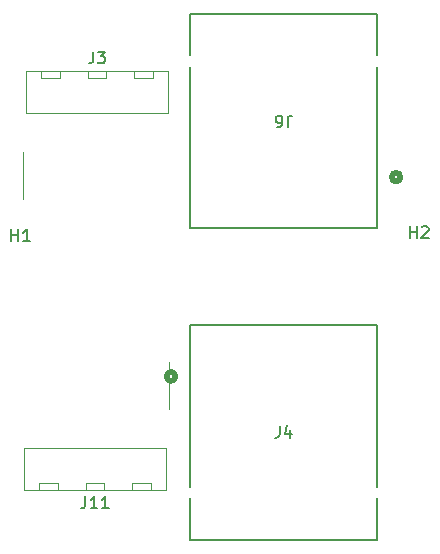
<source format=gbr>
%TF.GenerationSoftware,KiCad,Pcbnew,9.0.0*%
%TF.CreationDate,2025-04-07T00:56:54-07:00*%
%TF.ProjectId,Motor_quick_connect,4d6f746f-725f-4717-9569-636b5f636f6e,rev?*%
%TF.SameCoordinates,Original*%
%TF.FileFunction,Legend,Top*%
%TF.FilePolarity,Positive*%
%FSLAX46Y46*%
G04 Gerber Fmt 4.6, Leading zero omitted, Abs format (unit mm)*
G04 Created by KiCad (PCBNEW 9.0.0) date 2025-04-07 00:56:54*
%MOMM*%
%LPD*%
G01*
G04 APERTURE LIST*
%ADD10C,0.150000*%
%ADD11C,0.120000*%
%ADD12C,0.152400*%
%ADD13C,0.508000*%
G04 APERTURE END LIST*
D10*
X74988095Y-54004819D02*
X74988095Y-53004819D01*
X74988095Y-53481009D02*
X75559523Y-53481009D01*
X75559523Y-54004819D02*
X75559523Y-53004819D01*
X75988095Y-53100057D02*
X76035714Y-53052438D01*
X76035714Y-53052438D02*
X76130952Y-53004819D01*
X76130952Y-53004819D02*
X76369047Y-53004819D01*
X76369047Y-53004819D02*
X76464285Y-53052438D01*
X76464285Y-53052438D02*
X76511904Y-53100057D01*
X76511904Y-53100057D02*
X76559523Y-53195295D01*
X76559523Y-53195295D02*
X76559523Y-53290533D01*
X76559523Y-53290533D02*
X76511904Y-53433390D01*
X76511904Y-53433390D02*
X75940476Y-54004819D01*
X75940476Y-54004819D02*
X76559523Y-54004819D01*
X48156666Y-38219819D02*
X48156666Y-38934104D01*
X48156666Y-38934104D02*
X48109047Y-39076961D01*
X48109047Y-39076961D02*
X48013809Y-39172200D01*
X48013809Y-39172200D02*
X47870952Y-39219819D01*
X47870952Y-39219819D02*
X47775714Y-39219819D01*
X48537619Y-38219819D02*
X49156666Y-38219819D01*
X49156666Y-38219819D02*
X48823333Y-38600771D01*
X48823333Y-38600771D02*
X48966190Y-38600771D01*
X48966190Y-38600771D02*
X49061428Y-38648390D01*
X49061428Y-38648390D02*
X49109047Y-38696009D01*
X49109047Y-38696009D02*
X49156666Y-38791247D01*
X49156666Y-38791247D02*
X49156666Y-39029342D01*
X49156666Y-39029342D02*
X49109047Y-39124580D01*
X49109047Y-39124580D02*
X49061428Y-39172200D01*
X49061428Y-39172200D02*
X48966190Y-39219819D01*
X48966190Y-39219819D02*
X48680476Y-39219819D01*
X48680476Y-39219819D02*
X48585238Y-39172200D01*
X48585238Y-39172200D02*
X48537619Y-39124580D01*
X63949366Y-69920119D02*
X63949366Y-70634404D01*
X63949366Y-70634404D02*
X63901747Y-70777261D01*
X63901747Y-70777261D02*
X63806509Y-70872500D01*
X63806509Y-70872500D02*
X63663652Y-70920119D01*
X63663652Y-70920119D02*
X63568414Y-70920119D01*
X64854128Y-70253452D02*
X64854128Y-70920119D01*
X64616033Y-69872500D02*
X64377938Y-70586785D01*
X64377938Y-70586785D02*
X64996985Y-70586785D01*
X47510476Y-75864819D02*
X47510476Y-76579104D01*
X47510476Y-76579104D02*
X47462857Y-76721961D01*
X47462857Y-76721961D02*
X47367619Y-76817200D01*
X47367619Y-76817200D02*
X47224762Y-76864819D01*
X47224762Y-76864819D02*
X47129524Y-76864819D01*
X48510476Y-76864819D02*
X47939048Y-76864819D01*
X48224762Y-76864819D02*
X48224762Y-75864819D01*
X48224762Y-75864819D02*
X48129524Y-76007676D01*
X48129524Y-76007676D02*
X48034286Y-76102914D01*
X48034286Y-76102914D02*
X47939048Y-76150533D01*
X49462857Y-76864819D02*
X48891429Y-76864819D01*
X49177143Y-76864819D02*
X49177143Y-75864819D01*
X49177143Y-75864819D02*
X49081905Y-76007676D01*
X49081905Y-76007676D02*
X48986667Y-76102914D01*
X48986667Y-76102914D02*
X48891429Y-76150533D01*
X41238095Y-54254819D02*
X41238095Y-53254819D01*
X41238095Y-53731009D02*
X41809523Y-53731009D01*
X41809523Y-54254819D02*
X41809523Y-53254819D01*
X42809523Y-54254819D02*
X42238095Y-54254819D01*
X42523809Y-54254819D02*
X42523809Y-53254819D01*
X42523809Y-53254819D02*
X42428571Y-53397676D01*
X42428571Y-53397676D02*
X42333333Y-53492914D01*
X42333333Y-53492914D02*
X42238095Y-53540533D01*
X64618333Y-44641180D02*
X64618333Y-43926895D01*
X64618333Y-43926895D02*
X64665952Y-43784038D01*
X64665952Y-43784038D02*
X64761190Y-43688800D01*
X64761190Y-43688800D02*
X64904047Y-43641180D01*
X64904047Y-43641180D02*
X64999285Y-43641180D01*
X63713571Y-44641180D02*
X63904047Y-44641180D01*
X63904047Y-44641180D02*
X63999285Y-44593561D01*
X63999285Y-44593561D02*
X64046904Y-44545942D01*
X64046904Y-44545942D02*
X64142142Y-44403085D01*
X64142142Y-44403085D02*
X64189761Y-44212609D01*
X64189761Y-44212609D02*
X64189761Y-43831657D01*
X64189761Y-43831657D02*
X64142142Y-43736419D01*
X64142142Y-43736419D02*
X64094523Y-43688800D01*
X64094523Y-43688800D02*
X63999285Y-43641180D01*
X63999285Y-43641180D02*
X63808809Y-43641180D01*
X63808809Y-43641180D02*
X63713571Y-43688800D01*
X63713571Y-43688800D02*
X63665952Y-43736419D01*
X63665952Y-43736419D02*
X63618333Y-43831657D01*
X63618333Y-43831657D02*
X63618333Y-44069752D01*
X63618333Y-44069752D02*
X63665952Y-44164990D01*
X63665952Y-44164990D02*
X63713571Y-44212609D01*
X63713571Y-44212609D02*
X63808809Y-44260228D01*
X63808809Y-44260228D02*
X63999285Y-44260228D01*
X63999285Y-44260228D02*
X64094523Y-44212609D01*
X64094523Y-44212609D02*
X64142142Y-44164990D01*
X64142142Y-44164990D02*
X64189761Y-44069752D01*
D11*
%TO.C,J3*%
X42225000Y-46675000D02*
X42225000Y-50675000D01*
X42515000Y-39855000D02*
X54465000Y-39855000D01*
X42515000Y-43375000D02*
X42515000Y-39855000D01*
X43730000Y-39855000D02*
X43730000Y-40455000D01*
X43730000Y-40455000D02*
X45330000Y-40455000D01*
X45330000Y-40455000D02*
X45330000Y-39855000D01*
X47690000Y-39855000D02*
X47690000Y-40455000D01*
X47690000Y-40455000D02*
X49290000Y-40455000D01*
X49290000Y-40455000D02*
X49290000Y-39855000D01*
X51650000Y-39855000D02*
X51650000Y-40455000D01*
X51650000Y-40455000D02*
X53250000Y-40455000D01*
X53250000Y-40455000D02*
X53250000Y-39855000D01*
X54465000Y-39855000D02*
X54465000Y-43375000D01*
X54465000Y-43375000D02*
X42515000Y-43375000D01*
D12*
%TO.C,J4*%
X56383300Y-61372100D02*
X56383300Y-75059628D01*
X56383300Y-76030972D02*
X56383300Y-79558500D01*
X56383300Y-79558500D02*
X72182100Y-79558500D01*
X72182100Y-61372100D02*
X56383300Y-61372100D01*
X72182100Y-75059628D02*
X72182100Y-61372100D01*
X72182100Y-79558500D02*
X72182100Y-76030972D01*
D13*
X55138700Y-65715300D02*
G75*
G02*
X54376700Y-65715300I-381000J0D01*
G01*
X54376700Y-65715300D02*
G75*
G02*
X55138700Y-65715300I381000J0D01*
G01*
D11*
%TO.C,J11*%
X42345000Y-71800000D02*
X54295000Y-71800000D01*
X42345000Y-75320000D02*
X42345000Y-71800000D01*
X43560000Y-74720000D02*
X43560000Y-75320000D01*
X45160000Y-74720000D02*
X43560000Y-74720000D01*
X45160000Y-75320000D02*
X45160000Y-74720000D01*
X47520000Y-74720000D02*
X47520000Y-75320000D01*
X49120000Y-74720000D02*
X47520000Y-74720000D01*
X49120000Y-75320000D02*
X49120000Y-74720000D01*
X51480000Y-74720000D02*
X51480000Y-75320000D01*
X53080000Y-74720000D02*
X51480000Y-74720000D01*
X53080000Y-75320000D02*
X53080000Y-74720000D01*
X54295000Y-71800000D02*
X54295000Y-75320000D01*
X54295000Y-75320000D02*
X42345000Y-75320000D01*
X54585000Y-68500000D02*
X54585000Y-64500000D01*
D12*
%TO.C,J6*%
X56385600Y-35002800D02*
X56385600Y-38530328D01*
X56385600Y-39501672D02*
X56385600Y-53189200D01*
X56385600Y-53189200D02*
X72184400Y-53189200D01*
X72184400Y-35002800D02*
X56385600Y-35002800D01*
X72184400Y-38530328D02*
X72184400Y-35002800D01*
X72184400Y-53189200D02*
X72184400Y-39501672D01*
D13*
X74191000Y-48846000D02*
G75*
G02*
X73429000Y-48846000I-381000J0D01*
G01*
X73429000Y-48846000D02*
G75*
G02*
X74191000Y-48846000I381000J0D01*
G01*
%TD*%
M02*

</source>
